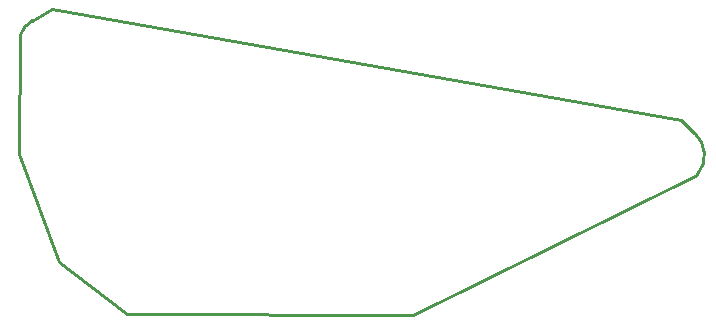
<source format=gko>
G04 Layer: BoardOutlineLayer*
G04 EasyEDA Pro v1.9.30.011b94, 2023-06-19 19:01:04*
G04 Gerber Generator version 0.3*
G04 Scale: 100 percent, Rotated: No, Reflected: No*
G04 Dimensions in millimeters*
G04 Leading zeros omitted, absolute positions, 3 integers and 3 decimals*
%FSLAX33Y33*%
%MOMM*%
%ADD10C,0.254*%
G75*


G04 PolygonModel Start*
G54D10*
G01X131063Y85603D02*
G02X131308Y82053I-1700J-1901D01*
G01X107249Y70189D01*
G01X82999Y70282D01*
G01X77268Y74655D01*
G01X73838Y83842D01*
G01X73973Y93841D01*
G02X75005Y95099I2179J-736D01*
G01X76674Y96060D01*
G01X129885Y86656D01*
G01X131063Y85603D01*
G04 PolygonModel End*

M02*

</source>
